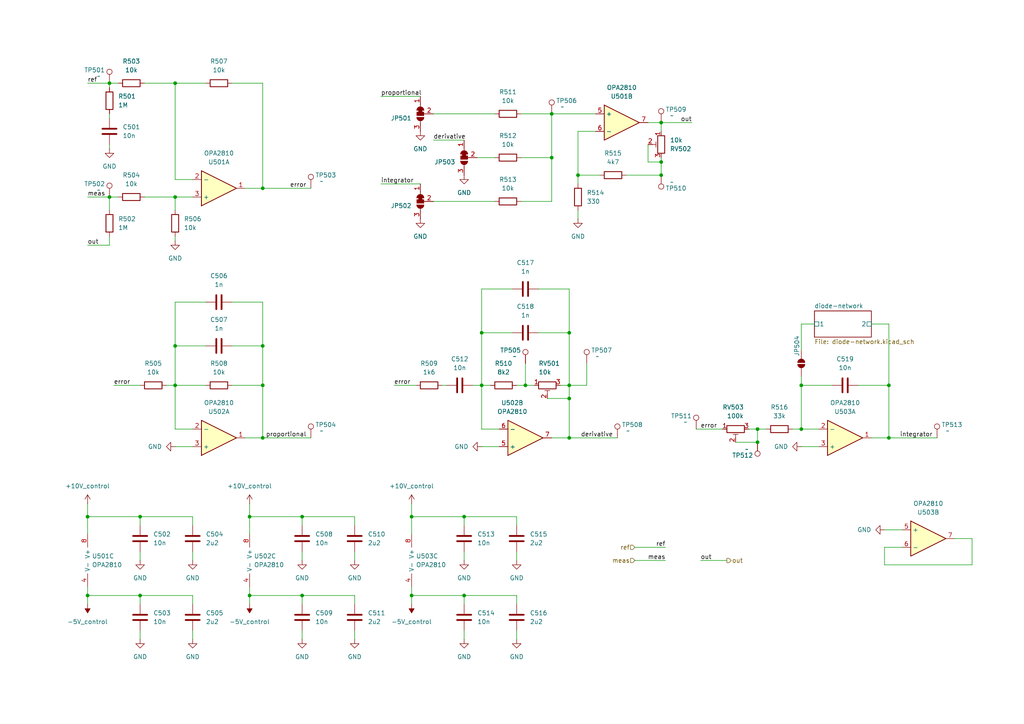
<source format=kicad_sch>
(kicad_sch (version 20231120) (generator "eeschema") (generator_version "8.0")
  (paper "A4")
  (title_block (title "Power Supply Sink") (date "2024-12-10") (rev "0.14.2") (company "Open Battery Tester") (comment 1 "Control with variable parameters"))
  (lib_symbols
    (symbol "pss:+10V_control" (power) (pin_numbers hide) (pin_names (offset 0) hide)
      (property "Value" "+10V_control" (at 0 3.556 0))
      (symbol "+10V_control_1_1"
        (pin power_in line (at 0 0 90) (length 0) (name "~") (number "1"))
      )
    )
    (symbol "pss:-5V_control" (power) (pin_numbers hide) (pin_names (offset 0) hide)
      (property "Value" "-5V_control" (at 0 3.556 0))
      (symbol "-5V_control_0_0"
        (pin power_in line (at 0 0 90) (length 0) (name "~") (number "1"))
      )
    )
    (symbol "pss:C" (pin_numbers hide) (pin_names (offset 0.254))
      (property "Reference" "C" (at 0.635 2.54 0))
      (property "Value" "C" (at 0.635 -2.54 0))
      (symbol "C_1_1"
        (pin passive line (at 0 3.81 270) (length 2.794) (name "~") (number "1"))
        (pin passive line (at 0 -3.81 90) (length 2.794) (name "~") (number "2"))
      )
    )
    (symbol "pss:GND" (power) (pin_numbers hide) (pin_names (offset 0) hide)
      (property "Value" "GND" (at 0 -3.81 0))
      (symbol "GND_1_1"
        (pin power_in line (at 0 0 270) (length 0) (name "~") (number "1"))
      )
    )
    (symbol "pss:Opamp_Dual"
      (property "Reference" "U" (at 0 5.08 0))
      (property "Value" "Opamp_Dual" (at 0 -5.08 0))
      (symbol "Opamp_Dual_1_1"
        (pin output line (at 7.62 0 180) (length 2.54) (name "~") (number "1"))
        (pin input line (at -7.62 -2.54 0) (length 2.54) (name "-") (number "2"))
        (pin input line (at -7.62 2.54 0) (length 2.54) (name "+") (number "3"))
      )
      (symbol "Opamp_Dual_2_1"
        (pin input line (at -7.62 2.54 0) (length 2.54) (name "+") (number "5"))
        (pin input line (at -7.62 -2.54 0) (length 2.54) (name "-") (number "6"))
        (pin output line (at 7.62 0 180) (length 2.54) (name "~") (number "7"))
      )
      (symbol "Opamp_Dual_3_1"
        (pin power_in line (at -2.54 -7.62 90) (length 3.81) (name "V-") (number "4"))
        (pin power_in line (at -2.54 7.62 270) (length 3.81) (name "V+") (number "8"))
      )
    )
    (symbol "pss:R" (pin_numbers hide) (pin_names (offset 0))
      (property "Reference" "R" (at 2.032 0 90))
      (property "Value" "R" (at 0 0 90))
      (symbol "R_1_1"
        (pin passive line (at 0 3.81 270) (length 1.27) (name "~") (number "1"))
        (pin passive line (at 0 -3.81 90) (length 1.27) (name "~") (number "2"))
      )
    )
    (symbol "pss:R_Potentiometer_Trim" (pin_names (offset 1.016) hide)
      (property "Reference" "RV" (at -4.445 0 90))
      (property "Value" "R_Potentiometer_Trim" (at -2.54 0 90))
      (symbol "R_Potentiometer_Trim_1_1"
        (pin passive line (at 0 3.81 270) (length 1.27) (name "1") (number "1"))
        (pin passive line (at 3.81 0 180) (length 1.27) (name "2") (number "2"))
        (pin passive line (at 0 -3.81 90) (length 1.27) (name "3") (number "3"))
      )
    )
    (symbol "pss:SolderJumper_2_Open" (pin_numbers hide) (pin_names (offset 0) hide) (exclude_from_sim yes) (in_bom no)
      (property "Reference" "JP" (at 0 2.032 0))
      (property "Value" "SolderJumper_2_Open" (at 0 -2.54 0))
      (symbol "SolderJumper_2_Open_1_1"
        (pin passive line (at -3.81 0 0) (length 2.54) (name "A") (number "1"))
        (pin passive line (at 3.81 0 180) (length 2.54) (name "B") (number "2"))
      )
    )
    (symbol "pss:SolderJumper_3_Bridged12" (pin_names (offset 0) hide) (exclude_from_sim yes) (in_bom no)
      (property "Reference" "JP" (at -2.54 -2.54 0))
      (property "Value" "SolderJumper_3_Bridged12" (at 0 2.794 0))
      (symbol "SolderJumper_3_Bridged12_1_1"
        (pin passive line (at -5.08 0 0) (length 2.54) (name "A") (number "1"))
        (pin passive line (at 0 -3.81 90) (length 2.54) (name "C") (number "2"))
        (pin passive line (at 5.08 0 180) (length 2.54) (name "B") (number "3"))
      )
    )
    (symbol "pss:TestPoint" (pin_numbers hide) (pin_names (offset 0.762) hide)
      (property "Reference" "TP" (at 0 6.858 0))
      (property "Value" "TestPoint" (at 0 5.08 0))
      (symbol "TestPoint_1_1"
        (pin passive line (at 0 0 90) (length 2.54) (name "1") (number "1"))
      )
    )
  )
  (junction (at 40.64 149.86))
  (junction (at 219.71 128.27))
  (junction (at 152.4 111.76))
  (junction (at 119.38 172.72))
  (junction (at 25.4 149.86))
  (junction (at 31.75 24.13))
  (junction (at 50.8 24.13))
  (junction (at 72.39 172.72))
  (junction (at 165.1 127))
  (junction (at 76.2 111.76))
  (junction (at 50.8 111.76))
  (junction (at 165.1 111.76))
  (junction (at 76.2 54.61))
  (junction (at 165.1 115.57))
  (junction (at 50.8 100.33))
  (junction (at 160.02 45.72))
  (junction (at 165.1 96.52))
  (junction (at 257.81 111.76))
  (junction (at 191.77 35.56))
  (junction (at 139.7 96.52))
  (junction (at 139.7 111.76))
  (junction (at 31.75 57.15))
  (junction (at 167.64 50.8))
  (junction (at 119.38 149.86))
  (junction (at 72.39 149.86))
  (junction (at 232.41 111.76))
  (junction (at 134.62 149.86))
  (junction (at 76.2 127))
  (junction (at 219.71 124.46))
  (junction (at 232.41 124.46))
  (junction (at 25.4 172.72))
  (junction (at 160.02 33.02))
  (junction (at 87.63 149.86))
  (junction (at 87.63 172.72))
  (junction (at 76.2 100.33))
  (junction (at 134.62 172.72))
  (junction (at 257.81 127))
  (junction (at 40.64 172.72))
  (junction (at 50.8 57.15))
  (junction (at 191.77 46.99))
  (junction (at 191.77 50.8))
  (wire (pts (xy 59.69 24.13) (xy 50.8 24.13)))
  (wire (pts (xy 40.64 172.72) (xy 25.4 172.72)))
  (wire (pts (xy 151.13 45.72) (xy 160.02 45.72)))
  (wire (pts (xy 40.64 160.02) (xy 40.64 162.56)))
  (wire (pts (xy 50.8 57.15) (xy 41.91 57.15)))
  (wire (pts (xy 50.8 87.63) (xy 50.8 100.33)))
  (wire (pts (xy 76.2 127) (xy 90.17 127)))
  (wire (pts (xy 165.1 83.82) (xy 165.1 96.52)))
  (wire (pts (xy 167.64 50.8) (xy 167.64 53.34)))
  (wire (pts (xy 139.7 96.52) (xy 139.7 111.76)))
  (wire (pts (xy 149.86 149.86) (xy 134.62 149.86)))
  (wire (pts (xy 40.64 172.72) (xy 40.64 175.26)))
  (wire (pts (xy 160.02 127) (xy 165.1 127)))
  (wire (pts (xy 55.88 175.26) (xy 55.88 172.72)))
  (wire (pts (xy 252.73 127) (xy 257.81 127)))
  (wire (pts (xy 165.1 115.57) (xy 165.1 111.76)))
  (wire (pts (xy 31.75 57.15) (xy 34.29 57.15)))
  (wire (pts (xy 167.64 63.5) (xy 167.64 60.96)))
  (wire (pts (xy 191.77 50.8) (xy 191.77 46.99)))
  (wire (pts (xy 87.63 182.88) (xy 87.63 185.42)))
  (wire (pts (xy 149.86 175.26) (xy 149.86 172.72)))
  (wire (pts (xy 213.36 128.27) (xy 219.71 128.27)))
  (wire (pts (xy 256.54 153.67) (xy 261.62 153.67)))
  (wire (pts (xy 87.63 172.72) (xy 87.63 175.26)))
  (wire (pts (xy 55.88 124.46) (xy 50.8 124.46)))
  (wire (pts (xy 170.18 111.76) (xy 170.18 105.41)))
  (wire (pts (xy 128.27 111.76) (xy 129.54 111.76)))
  (wire (pts (xy 201.93 124.46) (xy 209.55 124.46)))
  (wire (pts (xy 156.21 83.82) (xy 165.1 83.82)))
  (wire (pts (xy 167.64 38.1) (xy 167.64 50.8)))
  (wire (pts (xy 114.3 111.76) (xy 120.65 111.76)))
  (wire (pts (xy 87.63 149.86) (xy 72.39 149.86)))
  (wire (pts (xy 256.54 158.75) (xy 256.54 163.83)))
  (wire (pts (xy 72.39 149.86) (xy 72.39 154.94)))
  (wire (pts (xy 203.2 162.56) (xy 210.82 162.56)))
  (wire (pts (xy 232.41 93.98) (xy 232.41 101.6)))
  (wire (pts (xy 139.7 124.46) (xy 144.78 124.46)))
  (wire (pts (xy 110.49 53.34) (xy 121.92 53.34)))
  (wire (pts (xy 59.69 100.33) (xy 50.8 100.33)))
  (wire (pts (xy 152.4 111.76) (xy 149.86 111.76)))
  (wire (pts (xy 25.4 57.15) (xy 31.75 57.15)))
  (wire (pts (xy 184.15 158.75) (xy 193.04 158.75)))
  (wire (pts (xy 181.61 50.8) (xy 191.77 50.8)))
  (wire (pts (xy 232.41 111.76) (xy 232.41 124.46)))
  (wire (pts (xy 87.63 160.02) (xy 87.63 162.56)))
  (wire (pts (xy 50.8 24.13) (xy 50.8 52.07)))
  (wire (pts (xy 25.4 172.72) (xy 25.4 175.26)))
  (wire (pts (xy 219.71 124.46) (xy 222.25 124.46)))
  (wire (pts (xy 139.7 111.76) (xy 139.7 124.46)))
  (wire (pts (xy 229.87 124.46) (xy 232.41 124.46)))
  (wire (pts (xy 134.62 172.72) (xy 119.38 172.72)))
  (wire (pts (xy 71.12 54.61) (xy 76.2 54.61)))
  (wire (pts (xy 191.77 46.99) (xy 187.96 46.99)))
  (wire (pts (xy 76.2 24.13) (xy 76.2 54.61)))
  (wire (pts (xy 149.86 172.72) (xy 134.62 172.72)))
  (wire (pts (xy 160.02 33.02) (xy 151.13 33.02)))
  (wire (pts (xy 165.1 111.76) (xy 162.56 111.76)))
  (wire (pts (xy 119.38 172.72) (xy 119.38 170.18)))
  (wire (pts (xy 50.8 100.33) (xy 50.8 111.76)))
  (wire (pts (xy 55.88 182.88) (xy 55.88 185.42)))
  (wire (pts (xy 40.64 182.88) (xy 40.64 185.42)))
  (wire (pts (xy 76.2 87.63) (xy 76.2 100.33)))
  (wire (pts (xy 187.96 41.91) (xy 187.96 46.99)))
  (wire (pts (xy 31.75 41.91) (xy 31.75 43.18)))
  (wire (pts (xy 55.88 172.72) (xy 40.64 172.72)))
  (wire (pts (xy 191.77 35.56) (xy 200.66 35.56)))
  (wire (pts (xy 76.2 100.33) (xy 76.2 111.76)))
  (wire (pts (xy 87.63 172.72) (xy 72.39 172.72)))
  (wire (pts (xy 67.31 100.33) (xy 76.2 100.33)))
  (wire (pts (xy 50.8 24.13) (xy 41.91 24.13)))
  (wire (pts (xy 50.8 111.76) (xy 59.69 111.76)))
  (wire (pts (xy 31.75 33.02) (xy 31.75 34.29)))
  (wire (pts (xy 257.81 93.98) (xy 257.81 111.76)))
  (wire (pts (xy 102.87 175.26) (xy 102.87 172.72)))
  (wire (pts (xy 160.02 45.72) (xy 160.02 33.02)))
  (wire (pts (xy 119.38 149.86) (xy 119.38 154.94)))
  (wire (pts (xy 191.77 46.99) (xy 191.77 45.72)))
  (wire (pts (xy 134.62 160.02) (xy 134.62 162.56)))
  (wire (pts (xy 149.86 152.4) (xy 149.86 149.86)))
  (wire (pts (xy 165.1 111.76) (xy 170.18 111.76)))
  (wire (pts (xy 149.86 160.02) (xy 149.86 162.56)))
  (wire (pts (xy 119.38 172.72) (xy 119.38 175.26)))
  (wire (pts (xy 67.31 87.63) (xy 76.2 87.63)))
  (wire (pts (xy 257.81 127) (xy 271.78 127)))
  (wire (pts (xy 55.88 152.4) (xy 55.88 149.86)))
  (wire (pts (xy 167.64 38.1) (xy 172.72 38.1)))
  (wire (pts (xy 102.87 172.72) (xy 87.63 172.72)))
  (wire (pts (xy 102.87 160.02) (xy 102.87 162.56)))
  (wire (pts (xy 217.17 124.46) (xy 219.71 124.46)))
  (wire (pts (xy 31.75 71.12) (xy 31.75 68.58)))
  (wire (pts (xy 87.63 149.86) (xy 87.63 152.4)))
  (wire (pts (xy 232.41 129.54) (xy 237.49 129.54)))
  (wire (pts (xy 137.16 111.76) (xy 139.7 111.76)))
  (wire (pts (xy 25.4 149.86) (xy 25.4 146.05)))
  (wire (pts (xy 25.4 172.72) (xy 25.4 170.18)))
  (wire (pts (xy 76.2 111.76) (xy 76.2 127)))
  (wire (pts (xy 102.87 149.86) (xy 87.63 149.86)))
  (wire (pts (xy 165.1 127) (xy 165.1 115.57)))
  (wire (pts (xy 40.64 149.86) (xy 25.4 149.86)))
  (wire (pts (xy 160.02 33.02) (xy 172.72 33.02)))
  (wire (pts (xy 152.4 105.41) (xy 152.4 111.76)))
  (wire (pts (xy 50.8 57.15) (xy 55.88 57.15)))
  (wire (pts (xy 31.75 71.12) (xy 25.4 71.12)))
  (wire (pts (xy 31.75 24.13) (xy 31.75 25.4)))
  (wire (pts (xy 72.39 172.72) (xy 72.39 175.26)))
  (wire (pts (xy 72.39 149.86) (xy 72.39 146.05)))
  (wire (pts (xy 76.2 24.13) (xy 67.31 24.13)))
  (wire (pts (xy 67.31 111.76) (xy 76.2 111.76)))
  (wire (pts (xy 257.81 111.76) (xy 257.81 127)))
  (wire (pts (xy 125.73 58.42) (xy 143.51 58.42)))
  (wire (pts (xy 160.02 45.72) (xy 160.02 58.42)))
  (wire (pts (xy 281.94 163.83) (xy 281.94 156.21)))
  (wire (pts (xy 256.54 158.75) (xy 261.62 158.75)))
  (wire (pts (xy 232.41 109.22) (xy 232.41 111.76)))
  (wire (pts (xy 158.75 115.57) (xy 165.1 115.57)))
  (wire (pts (xy 151.13 58.42) (xy 160.02 58.42)))
  (wire (pts (xy 25.4 149.86) (xy 25.4 154.94)))
  (wire (pts (xy 191.77 38.1) (xy 191.77 35.56)))
  (wire (pts (xy 165.1 96.52) (xy 165.1 111.76)))
  (wire (pts (xy 125.73 33.02) (xy 143.51 33.02)))
  (wire (pts (xy 191.77 35.56) (xy 187.96 35.56)))
  (wire (pts (xy 148.59 83.82) (xy 139.7 83.82)))
  (wire (pts (xy 48.26 111.76) (xy 50.8 111.76)))
  (wire (pts (xy 76.2 54.61) (xy 90.17 54.61)))
  (wire (pts (xy 50.8 60.96) (xy 50.8 57.15)))
  (wire (pts (xy 134.62 149.86) (xy 134.62 152.4)))
  (wire (pts (xy 31.75 60.96) (xy 31.75 57.15)))
  (wire (pts (xy 219.71 128.27) (xy 219.71 124.46)))
  (wire (pts (xy 148.59 96.52) (xy 139.7 96.52)))
  (wire (pts (xy 55.88 160.02) (xy 55.88 162.56)))
  (wire (pts (xy 142.24 111.76) (xy 139.7 111.76)))
  (wire (pts (xy 256.54 163.83) (xy 281.94 163.83)))
  (wire (pts (xy 156.21 96.52) (xy 165.1 96.52)))
  (wire (pts (xy 236.22 93.98) (xy 232.41 93.98)))
  (wire (pts (xy 154.94 111.76) (xy 152.4 111.76)))
  (wire (pts (xy 71.12 127) (xy 76.2 127)))
  (wire (pts (xy 257.81 93.98) (xy 252.73 93.98)))
  (wire (pts (xy 50.8 68.58) (xy 50.8 69.85)))
  (wire (pts (xy 134.62 182.88) (xy 134.62 185.42)))
  (wire (pts (xy 139.7 129.54) (xy 144.78 129.54)))
  (wire (pts (xy 125.73 40.64) (xy 134.62 40.64)))
  (wire (pts (xy 40.64 149.86) (xy 40.64 152.4)))
  (wire (pts (xy 138.43 45.72) (xy 143.51 45.72)))
  (wire (pts (xy 102.87 182.88) (xy 102.87 185.42)))
  (wire (pts (xy 139.7 83.82) (xy 139.7 96.52)))
  (wire (pts (xy 72.39 172.72) (xy 72.39 170.18)))
  (wire (pts (xy 167.64 50.8) (xy 173.99 50.8)))
  (wire (pts (xy 50.8 129.54) (xy 55.88 129.54)))
  (wire (pts (xy 33.02 111.76) (xy 40.64 111.76)))
  (wire (pts (xy 110.49 27.94) (xy 121.92 27.94)))
  (wire (pts (xy 119.38 149.86) (xy 119.38 146.05)))
  (wire (pts (xy 25.4 24.13) (xy 31.75 24.13)))
  (wire (pts (xy 232.41 124.46) (xy 237.49 124.46)))
  (wire (pts (xy 232.41 111.76) (xy 241.3 111.76)))
  (wire (pts (xy 248.92 111.76) (xy 257.81 111.76)))
  (wire (pts (xy 184.15 162.56) (xy 193.04 162.56)))
  (wire (pts (xy 149.86 182.88) (xy 149.86 185.42)))
  (wire (pts (xy 134.62 149.86) (xy 119.38 149.86)))
  (wire (pts (xy 55.88 149.86) (xy 40.64 149.86)))
  (wire (pts (xy 31.75 24.13) (xy 34.29 24.13)))
  (wire (pts (xy 276.86 156.21) (xy 281.94 156.21)))
  (wire (pts (xy 59.69 87.63) (xy 50.8 87.63)))
  (wire (pts (xy 50.8 52.07) (xy 55.88 52.07)))
  (wire (pts (xy 50.8 124.46) (xy 50.8 111.76)))
  (wire (pts (xy 165.1 127) (xy 179.07 127)))
  (wire (pts (xy 102.87 152.4) (xy 102.87 149.86)))
  (wire (pts (xy 134.62 172.72) (xy 134.62 175.26)))
  (label "proportional" (at 110.49 27.94 0))
  (label "error" (at 203.2 124.46 0))
  (label "meas" (at 193.04 162.56 180))
  (label "error" (at 33.02 111.76 0))
  (label "integrator" (at 270.51 127 180))
  (label "out" (at 200.66 35.56 180))
  (label "error" (at 114.3 111.76 0))
  (label "ref" (at 193.04 158.75 180))
  (label "proportional" (at 88.9 127 180))
  (label "out" (at 25.4 71.12 0))
  (label "integrator" (at 110.49 53.34 0))
  (label "error" (at 88.9 54.61 180))
  (label "out" (at 203.2 162.56 0))
  (label "derivative" (at 177.8 127 180))
  (label "derivative" (at 125.73 40.64 0))
  (label "ref" (at 25.4 24.13 0))
  (label "meas" (at 25.4 57.15 0))
  (hierarchical_label "out" (shape output) (at 210.82 162.56 0))
  (hierarchical_label "meas" (shape input) (at 184.15 162.56 180))
  (hierarchical_label "ref" (shape input) (at 184.15 158.75 180))
  (symbol (lib_id "pss:C") (at 40.64 156.21 0) (unit 1)
    (property "Reference" "C502" (at 44.45 154.9399 0) (effects (justify left)))
    (property "Value" "10n" (at 44.45 157.4799 0) (effects (justify left)))
    (property "Footprint" "pss:C_0805_2012Metric_Pad1.18x1.45mm_HandSolder" (effects (hide yes)))
    (property "Datasheet" "./datasheet/C_SMD_C0G_Kemet.pdf" (effects (hide yes)))
    (property "Description" "Unpolarized capacitor" (effects (hide yes)))
    (property "MPN" "C0805C103J5GACTU" (effects (hide yes)))
    (property "VPN" "80-C0805C103J5G" (effects (hide yes)))
  )
  (symbol (lib_id "pss:GND") (at 31.75 43.18 0) (unit 1)
    (property "Reference" "#PWR0503" (effects (hide yes)))
    (property "Value" "GND" (at 31.75 48.26 0))
    (property "Description" "Power symbol creates a global label with name \"GND\" , ground" (effects (hide yes)))
  )
  (symbol (lib_id "pss:GND") (at 40.64 185.42 0) (unit 1)
    (property "Reference" "#PWR0505" (effects (hide yes)))
    (property "Value" "GND" (at 40.64 190.5 0))
    (property "Description" "Power symbol creates a global label with name \"GND\" , ground" (effects (hide yes)))
  )
  (symbol (lib_id "pss:R_Potentiometer_Trim") (at 213.36 124.46 90) (mirror x) (unit 1)
    (property "Reference" "RV503" (at 209.55 118.11 90) (effects (justify right)))
    (property "Value" "100k" (at 210.82 120.65 90) (effects (justify right)))
    (property "Footprint" "pss:Potentiometer_Bourns_PVG5H" (effects (hide yes)))
    (property "Datasheet" "./datasheet/PVG5A.pdf" (effects (hide yes)))
    (property "Description" "Bourns 11 Turn - Linear Trimmer Resistors - SMD" (effects (hide yes)))
    (property "MPN" "PVG5H104C03R00" (effects (hide yes)))
    (property "VPN" "81-PVG5H104C03R00" (effects (hide yes)))
  )
  (symbol (lib_id "pss:TestPoint") (at 31.75 24.13 0) (mirror y) (unit 1)
    (property "Reference" "TP501" (at 30.48 20.32 0) (effects (justify left)))
    (property "Value" "~" (at 29.21 22.0979 0) (effects (justify left)))
    (property "Footprint" "pss:TP_0805_2012Metric" (effects (hide yes)))
    (property "Datasheet" "./datasheet/RCTCTE.pdf" (effects (hide yes)))
    (property "Description" "test point" (effects (hide yes)))
    (property "MPN" "RCTCTE" (effects (hide yes)))
    (property "VPN" "660-RCTCTE" (effects (hide yes)))
  )
  (symbol (lib_id "pss:SolderJumper_3_Bridged12") (at 121.92 33.02 90) (mirror x) (unit 1) (exclude_from_sim yes) (in_bom no)
    (property "Reference" "JP501" (at 119.38 34.2901 90) (effects (justify left)))
    (property "Value" "SolderJumper_3_Bridged12" (effects (hide yes)))
    (property "Footprint" "pss:SolderJumper-3_P1.3mm_Bridged12-Soldermask-Paste_RoundedPad1.0x1.5mm" (effects (hide yes)))
    (property "Description" "3-pole Solder Jumper, pins 1+2 closed/bridged" (effects (hide yes)))
  )
  (symbol (lib_id "pss:R") (at 63.5 24.13 270) (unit 1)
    (property "Reference" "R507" (at 63.5 17.78 90))
    (property "Value" "10k" (at 63.5 20.32 90))
    (property "Footprint" "pss:R_1210_3225Metric_Pad1.30x2.65mm_HandSolder" (effects (hide yes)))
    (property "Datasheet" "./datasheet/R_SMD_Yageo.pdf" (effects (hide yes)))
    (property "Description" "Resistor" (effects (hide yes)))
    (property "MPN" "RC1210FR-0710KL" (effects (hide yes)))
    (property "VPN" "603-RC1210FR-0710KL" (effects (hide yes)))
  )
  (symbol (lib_id "pss:R") (at 124.46 111.76 270) (unit 1)
    (property "Reference" "R509" (at 124.46 105.41 90))
    (property "Value" "1k6" (at 124.46 107.95 90))
    (property "Footprint" "pss:R_1210_3225Metric_Pad1.30x2.65mm_HandSolder" (effects (hide yes)))
    (property "Datasheet" "./datasheet/R_SMD_Yageo.pdf" (effects (hide yes)))
    (property "Description" "Resistor" (effects (hide yes)))
    (property "MPN" "RC1210FR-071K6L" (effects (hide yes)))
    (property "VPN" "603-RC1210FR-071K6L" (effects (hide yes)))
  )
  (symbol (lib_id "pss:R") (at 147.32 58.42 270) (unit 1)
    (property "Reference" "R513" (at 147.32 52.07 90))
    (property "Value" "10k" (at 147.32 54.61 90))
    (property "Footprint" "pss:R_1210_3225Metric_Pad1.30x2.65mm_HandSolder" (effects (hide yes)))
    (property "Datasheet" "./datasheet/R_SMD_Yageo.pdf" (effects (hide yes)))
    (property "Description" "Resistor" (effects (hide yes)))
    (property "MPN" "RC1210FR-0710KL" (effects (hide yes)))
    (property "VPN" "603-RC1210FR-0710KL" (effects (hide yes)))
  )
  (symbol (lib_id "pss:GND") (at 232.41 129.54 270) (unit 1)
    (property "Reference" "#PWR0527" (effects (hide yes)))
    (property "Value" "GND" (at 228.6 129.5399 90) (effects (justify right)))
    (property "Description" "Power symbol creates a global label with name \"GND\" , ground" (effects (hide yes)))
  )
  (symbol (lib_id "pss:C") (at 134.62 179.07 0) (unit 1)
    (property "Reference" "C514" (at 138.43 177.7999 0) (effects (justify left)))
    (property "Value" "10n" (at 138.43 180.3399 0) (effects (justify left)))
    (property "Footprint" "pss:C_0805_2012Metric_Pad1.18x1.45mm_HandSolder" (effects (hide yes)))
    (property "Datasheet" "./datasheet/C_SMD_C0G_Kemet.pdf" (effects (hide yes)))
    (property "Description" "Unpolarized capacitor" (effects (hide yes)))
    (property "MPN" "C0805C103J5GACTU" (effects (hide yes)))
    (property "VPN" "80-C0805C103J5G" (effects (hide yes)))
  )
  (symbol (lib_id "pss:C") (at 87.63 179.07 0) (unit 1)
    (property "Reference" "C509" (at 91.44 177.7999 0) (effects (justify left)))
    (property "Value" "10n" (at 91.44 180.3399 0) (effects (justify left)))
    (property "Footprint" "pss:C_0805_2012Metric_Pad1.18x1.45mm_HandSolder" (effects (hide yes)))
    (property "Datasheet" "./datasheet/C_SMD_C0G_Kemet.pdf" (effects (hide yes)))
    (property "Description" "Unpolarized capacitor" (effects (hide yes)))
    (property "MPN" "C0805C103J5GACTU" (effects (hide yes)))
    (property "VPN" "80-C0805C103J5G" (effects (hide yes)))
  )
  (symbol (lib_id "pss:SolderJumper_2_Open") (at 232.41 105.41 90) (unit 1) (exclude_from_sim yes) (in_bom no)
    (property "Reference" "JP504" (at 231.14 100.33 0))
    (property "Value" "SolderJumper_2_Open" (effects (hide yes)))
    (property "Footprint" "pss:SolderJumper-2_P1.3mm_Open_RoundedPad1.0x1.5mm" (effects (hide yes)))
    (property "Description" "Solder Jumper, 2-pole, open" (effects (hide yes)))
  )
  (symbol (lib_id "pss:TestPoint") (at 152.4 105.41 0) (mirror y) (unit 1)
    (property "Reference" "TP505" (at 151.13 101.6 0) (effects (justify left)))
    (property "Value" "~" (at 149.86 103.3779 0) (effects (justify left)))
    (property "Footprint" "pss:TP_0805_2012Metric" (effects (hide yes)))
    (property "Datasheet" "./datasheet/RCTCTE.pdf" (effects (hide yes)))
    (property "Description" "test point" (effects (hide yes)))
    (property "MPN" "RCTCTE" (effects (hide yes)))
    (property "VPN" "660-RCTCTE" (effects (hide yes)))
  )
  (symbol (lib_id "pss:-5V_control") (at 72.39 175.26 180) (unit 1)
    (property "Reference" "#PWR0511" (effects (hide yes)))
    (property "Value" "-5V_control" (at 72.39 180.34 0))
  )
  (symbol (lib_id "pss:R") (at 31.75 29.21 0) (unit 1)
    (property "Reference" "R501" (at 34.29 27.9399 0) (effects (justify left)))
    (property "Value" "1M" (at 34.29 30.4799 0) (effects (justify left)))
    (property "Footprint" "pss:R_1210_3225Metric_Pad1.30x2.65mm_HandSolder" (effects (hide yes)))
    (property "Datasheet" "./datasheet/R_SMD_Yageo.pdf" (effects (hide yes)))
    (property "Description" "Resistor" (effects (hide yes)))
    (property "MPN" "RC1210FR-071ML" (effects (hide yes)))
    (property "VPN" "603-RC1210FR-071ML" (effects (hide yes)))
  )
  (symbol (lib_id "pss:C") (at 55.88 179.07 0) (unit 1)
    (property "Reference" "C505" (at 59.69 177.7999 0) (effects (justify left)))
    (property "Value" "2u2" (at 59.69 180.3399 0) (effects (justify left)))
    (property "Footprint" "pss:C_0805_2012Metric_Pad1.18x1.45mm_HandSolder" (effects (hide yes)))
    (property "Datasheet" "./datasheet/C_SMD_X7R_Kemet.pdf" (effects (hide yes)))
    (property "Description" "Unpolarized capacitor" (effects (hide yes)))
    (property "MPN" "C0805C225K3RACTU" (effects (hide yes)))
    (property "VPN" "80-C0805C225K3R" (effects (hide yes)))
  )
  (symbol (lib_id "pss:C") (at 149.86 179.07 0) (unit 1)
    (property "Reference" "C516" (at 153.67 177.7999 0) (effects (justify left)))
    (property "Value" "2u2" (at 153.67 180.3399 0) (effects (justify left)))
    (property "Footprint" "pss:C_0805_2012Metric_Pad1.18x1.45mm_HandSolder" (effects (hide yes)))
    (property "Datasheet" "./datasheet/C_SMD_X7R_Kemet.pdf" (effects (hide yes)))
    (property "Description" "Unpolarized capacitor" (effects (hide yes)))
    (property "MPN" "C0805C225K3RACTU" (effects (hide yes)))
    (property "VPN" "80-C0805C225K3R" (effects (hide yes)))
  )
  (symbol (lib_id "pss:GND") (at 102.87 162.56 0) (unit 1)
    (property "Reference" "#PWR0514" (effects (hide yes)))
    (property "Value" "GND" (at 102.87 167.64 0))
    (property "Description" "Power symbol creates a global label with name \"GND\" , ground" (effects (hide yes)))
  )
  (symbol (lib_id "pss:GND") (at 40.64 162.56 0) (unit 1)
    (property "Reference" "#PWR0504" (effects (hide yes)))
    (property "Value" "GND" (at 40.64 167.64 0))
    (property "Description" "Power symbol creates a global label with name \"GND\" , ground" (effects (hide yes)))
  )
  (symbol (lib_id "pss:C") (at 63.5 100.33 90) (unit 1)
    (property "Reference" "C507" (at 63.5 92.71 90))
    (property "Value" "1n" (at 63.5 95.25 90))
    (property "Footprint" "pss:C_0805_2012Metric_Pad1.18x1.45mm_HandSolder" (effects (hide yes)))
    (property "Datasheet" "./datasheet/C_SMD_C0G_Kemet.pdf" (effects (hide yes)))
    (property "Description" "Unpolarized capacitor" (effects (hide yes)))
    (property "MPN" "C0805C102J5GACTU" (effects (hide yes)))
    (property "VPN" "80-C0805C102J5G" (effects (hide yes)))
  )
  (symbol (lib_id "pss:C") (at 152.4 96.52 90) (unit 1)
    (property "Reference" "C518" (at 152.4 88.9 90))
    (property "Value" "1n" (at 152.4 91.44 90))
    (property "Footprint" "pss:C_0805_2012Metric_Pad1.18x1.45mm_HandSolder" (effects (hide yes)))
    (property "Datasheet" "./datasheet/C_SMD_C0G_Kemet.pdf" (effects (hide yes)))
    (property "Description" "Unpolarized capacitor" (effects (hide yes)))
    (property "MPN" "C0805C102J5GACTU" (effects (hide yes)))
    (property "VPN" "80-C0805C102J5G" (effects (hide yes)))
  )
  (symbol (lib_id "pss:C") (at 245.11 111.76 90) (unit 1)
    (property "Reference" "C519" (at 245.11 104.14 90))
    (property "Value" "10n" (at 245.11 106.68 90))
    (property "Footprint" "pss:C_0805_2012Metric_Pad1.18x1.45mm_HandSolder" (effects (hide yes)))
    (property "Datasheet" "./datasheet/C_SMD_C0G_Kemet.pdf" (effects (hide yes)))
    (property "Description" "Unpolarized capacitor" (effects (hide yes)))
    (property "MPN" "C0805C103J5GACTU" (effects (hide yes)))
    (property "VPN" "80-C0805C103J5G" (effects (hide yes)))
  )
  (symbol (lib_id "pss:Opamp_Dual") (at 180.34 35.56 0) (unit 2)
    (property "Reference" "U501" (at 180.34 27.94 0))
    (property "Value" "OPA2810" (at 180.34 25.4 0))
    (property "Footprint" "pss:SOIC-8_3.9x4.9mm_P1.27mm" (effects (hide yes)))
    (property "Datasheet" "./datasheet/OPA2810IDR.pdf" (effects (hide yes)))
    (property "Description" "Dual operational amplifier" (effects (hide yes)))
    (property "Sim.Library" "${KICAD7_SYMBOL_DIR}/Simulation_SPICE.sp" (effects (hide yes)))
    (property "Sim.Name" "kicad_builtin_opamp_dual" (effects (hide yes)))
    (property "Sim.Device" "SUBCKT" (effects (hide yes)))
    (property "Sim.Pins" "1=out1 2=in1- 3=in1+ 4=vee 5=in2+ 6=in2- 7=out2 8=vcc" (effects (hide yes)))
    (property "VPN" "595-OPA2810IDR" (effects (hide yes)))
    (property "MPN" "OPA2810IDR" (effects (hide yes)))
  )
  (symbol (lib_id "pss:R") (at 44.45 111.76 270) (unit 1)
    (property "Reference" "R505" (at 44.45 105.41 90))
    (property "Value" "10k" (at 44.45 107.95 90))
    (property "Footprint" "pss:R_1210_3225Metric_Pad1.30x2.65mm_HandSolder" (effects (hide yes)))
    (property "Datasheet" "./datasheet/R_SMD_Yageo.pdf" (effects (hide yes)))
    (property "Description" "Resistor" (effects (hide yes)))
    (property "MPN" "RC1210FR-0710KL" (effects (hide yes)))
    (property "VPN" "603-RC1210FR-0710KL" (effects (hide yes)))
  )
  (symbol (lib_id "pss:+10V_control") (at 25.4 146.05 0) (unit 1)
    (property "Reference" "#PWR0501" (effects (hide yes)))
    (property "Value" "+10V_control" (at 25.4 140.97 0))
  )
  (symbol (lib_id "pss:Opamp_Dual") (at 74.93 162.56 0) (unit 3)
    (property "Reference" "U502" (at 73.66 161.2899 0) (effects (justify left)))
    (property "Value" "OPA2810" (at 73.66 163.8299 0) (effects (justify left)))
    (property "Footprint" "pss:SOIC-8_3.9x4.9mm_P1.27mm" (effects (hide yes)))
    (property "Datasheet" "./datasheet/OPA2810IDR.pdf" (effects (hide yes)))
    (property "Description" "Dual operational amplifier" (effects (hide yes)))
    (property "Sim.Library" "${KICAD7_SYMBOL_DIR}/Simulation_SPICE.sp" (effects (hide yes)))
    (property "Sim.Name" "kicad_builtin_opamp_dual" (effects (hide yes)))
    (property "Sim.Device" "SUBCKT" (effects (hide yes)))
    (property "Sim.Pins" "1=out1 2=in1- 3=in1+ 4=vee 5=in2+ 6=in2- 7=out2 8=vcc" (effects (hide yes)))
    (property "VPN" "595-OPA2810IDR" (effects (hide yes)))
    (property "MPN" "OPA2810IDR" (effects (hide yes)))
  )
  (symbol (lib_id "pss:+10V_control") (at 72.39 146.05 0) (unit 1)
    (property "Reference" "#PWR0510" (effects (hide yes)))
    (property "Value" "+10V_control" (at 72.39 140.97 0))
  )
  (symbol (lib_id "pss:TestPoint") (at 191.77 50.8 0) (mirror x) (unit 1)
    (property "Reference" "TP510" (at 193.04 54.61 0) (effects (justify left)))
    (property "Value" "~" (at 194.31 52.8321 0) (effects (justify left)))
    (property "Footprint" "pss:TP_0805_2012Metric" (effects (hide yes)))
    (property "Datasheet" "./datasheet/RCTCTE.pdf" (effects (hide yes)))
    (property "Description" "test point" (effects (hide yes)))
    (property "MPN" "RCTCTE" (effects (hide yes)))
    (property "VPN" "660-RCTCTE" (effects (hide yes)))
  )
  (symbol (lib_id "pss:TestPoint") (at 179.07 127 0) (unit 1)
    (property "Reference" "TP508" (at 180.34 123.19 0) (effects (justify left)))
    (property "Value" "~" (at 181.61 124.9679 0) (effects (justify left)))
    (property "Footprint" "pss:TP_0805_2012Metric" (effects (hide yes)))
    (property "Datasheet" "./datasheet/RCTCTE.pdf" (effects (hide yes)))
    (property "Description" "test point" (effects (hide yes)))
    (property "MPN" "RCTCTE" (effects (hide yes)))
    (property "VPN" "660-RCTCTE" (effects (hide yes)))
  )
  (symbol (lib_id "pss:TestPoint") (at 31.75 57.15 0) (mirror y) (unit 1)
    (property "Reference" "TP502" (at 30.48 53.34 0) (effects (justify left)))
    (property "Value" "~" (at 29.21 55.1179 0) (effects (justify left)))
    (property "Footprint" "pss:TP_0805_2012Metric" (effects (hide yes)))
    (property "Datasheet" "./datasheet/RCTCTE.pdf" (effects (hide yes)))
    (property "Description" "test point" (effects (hide yes)))
    (property "MPN" "RCTCTE" (effects (hide yes)))
    (property "VPN" "660-RCTCTE" (effects (hide yes)))
  )
  (symbol (lib_id "pss:R") (at 38.1 57.15 270) (unit 1)
    (property "Reference" "R504" (at 38.1 50.8 90))
    (property "Value" "10k" (at 38.1 53.34 90))
    (property "Footprint" "pss:R_1210_3225Metric_Pad1.30x2.65mm_HandSolder" (effects (hide yes)))
    (property "Datasheet" "./datasheet/R_SMD_Yageo.pdf" (effects (hide yes)))
    (property "Description" "Resistor" (effects (hide yes)))
    (property "MPN" "RC1210FR-0710KL" (effects (hide yes)))
    (property "VPN" "603-RC1210FR-0710KL" (effects (hide yes)))
  )
  (symbol (lib_id "pss:R") (at 167.64 57.15 180) (unit 1)
    (property "Reference" "R514" (at 170.18 55.8799 0) (effects (justify right)))
    (property "Value" "330" (at 170.18 58.4199 0) (effects (justify right)))
    (property "Footprint" "pss:R_1210_3225Metric_Pad1.30x2.65mm_HandSolder" (effects (hide yes)))
    (property "Datasheet" "./datasheet/R_SMD_Yageo.pdf" (effects (hide yes)))
    (property "Description" "Resistor" (effects (hide yes)))
    (property "MPN" "RC1210FR-07330RL" (effects (hide yes)))
    (property "VPN" "603-RC1210FR-07330RL" (effects (hide yes)))
  )
  (symbol (lib_id "pss:TestPoint") (at 90.17 127 0) (unit 1)
    (property "Reference" "TP504" (at 91.44 123.19 0) (effects (justify left)))
    (property "Value" "~" (at 92.71 124.9679 0) (effects (justify left)))
    (property "Footprint" "pss:TP_0805_2012Metric" (effects (hide yes)))
    (property "Datasheet" "./datasheet/RCTCTE.pdf" (effects (hide yes)))
    (property "Description" "test point" (effects (hide yes)))
    (property "MPN" "RCTCTE" (effects (hide yes)))
    (property "VPN" "660-RCTCTE" (effects (hide yes)))
  )
  (symbol (lib_id "pss:R_Potentiometer_Trim") (at 158.75 111.76 90) (mirror x) (unit 1)
    (property "Reference" "RV501" (at 156.21 105.41 90) (effects (justify right)))
    (property "Value" "10k" (at 156.21 107.95 90) (effects (justify right)))
    (property "Footprint" "pss:Potentiometer_Bourns_PVG5H" (effects (hide yes)))
    (property "Datasheet" "./datasheet/PVG5A.pdf" (effects (hide yes)))
    (property "Description" "Bourns 11 Turn - Linear Trimmer Resistors - SMD" (effects (hide yes)))
    (property "MPN" "PVG5H103C03R00" (effects (hide yes)))
    (property "VPN" "81-PVG5H103C03R00" (effects (hide yes)))
  )
  (symbol (lib_id "pss:GND") (at 121.92 38.1 0) (unit 1)
    (property "Reference" "#PWR0518" (effects (hide yes)))
    (property "Value" "GND" (at 121.92 43.18 0))
    (property "Description" "Power symbol creates a global label with name \"GND\" , ground" (effects (hide yes)))
  )
  (symbol (lib_id "pss:TestPoint") (at 191.77 35.56 0) (unit 1)
    (property "Reference" "TP509" (at 193.04 31.75 0) (effects (justify left)))
    (property "Value" "~" (at 194.31 33.5279 0) (effects (justify left)))
    (property "Footprint" "pss:TP_0805_2012Metric" (effects (hide yes)))
    (property "Datasheet" "./datasheet/RCTCTE.pdf" (effects (hide yes)))
    (property "Description" "test point" (effects (hide yes)))
    (property "MPN" "RCTCTE" (effects (hide yes)))
    (property "VPN" "660-RCTCTE" (effects (hide yes)))
  )
  (symbol (lib_id "pss:GND") (at 87.63 162.56 0) (unit 1)
    (property "Reference" "#PWR0512" (effects (hide yes)))
    (property "Value" "GND" (at 87.63 167.64 0))
    (property "Description" "Power symbol creates a global label with name \"GND\" , ground" (effects (hide yes)))
  )
  (symbol (lib_id "pss:C") (at 152.4 83.82 90) (unit 1)
    (property "Reference" "C517" (at 152.4 76.2 90))
    (property "Value" "1n" (at 152.4 78.74 90))
    (property "Footprint" "pss:C_0805_2012Metric_Pad1.18x1.45mm_HandSolder" (effects (hide yes)))
    (property "Datasheet" "./datasheet/C_SMD_C0G_Kemet.pdf" (effects (hide yes)))
    (property "Description" "Unpolarized capacitor" (effects (hide yes)))
    (property "MPN" "C0805C102J5GACTU" (effects (hide yes)))
    (property "VPN" "80-C0805C102J5G" (effects (hide yes)))
  )
  (symbol (lib_id "pss:SolderJumper_3_Bridged12") (at 134.62 45.72 90) (mirror x) (unit 1) (exclude_from_sim yes) (in_bom no)
    (property "Reference" "JP503" (at 132.08 46.9901 90) (effects (justify left)))
    (property "Value" "SolderJumper_3_Bridged12" (effects (hide yes)))
    (property "Footprint" "pss:SolderJumper-3_P1.3mm_Bridged12-Soldermask-Paste_RoundedPad1.0x1.5mm" (effects (hide yes)))
    (property "Description" "3-pole Solder Jumper, pins 1+2 closed/bridged" (effects (hide yes)))
  )
  (symbol (lib_id "pss:GND") (at 256.54 153.67 270) (unit 1)
    (property "Reference" "#PWR0528" (effects (hide yes)))
    (property "Value" "GND" (at 252.73 153.6699 90) (effects (justify right)))
    (property "Description" "Power symbol creates a global label with name \"GND\" , ground" (effects (hide yes)))
  )
  (symbol (lib_id "pss:GND") (at 55.88 185.42 0) (unit 1)
    (property "Reference" "#PWR0509" (effects (hide yes)))
    (property "Value" "GND" (at 55.88 190.5 0))
    (property "Description" "Power symbol creates a global label with name \"GND\" , ground" (effects (hide yes)))
  )
  (symbol (lib_id "pss:C") (at 149.86 156.21 0) (unit 1)
    (property "Reference" "C515" (at 153.67 154.9399 0) (effects (justify left)))
    (property "Value" "2u2" (at 153.67 157.4799 0) (effects (justify left)))
    (property "Footprint" "pss:C_0805_2012Metric_Pad1.18x1.45mm_HandSolder" (effects (hide yes)))
    (property "Datasheet" "./datasheet/C_SMD_X7R_Kemet.pdf" (effects (hide yes)))
    (property "Description" "Unpolarized capacitor" (effects (hide yes)))
    (property "MPN" "C0805C225K3RACTU" (effects (hide yes)))
    (property "VPN" "80-C0805C225K3R" (effects (hide yes)))
  )
  (symbol (lib_id "pss:C") (at 87.63 156.21 0) (unit 1)
    (property "Reference" "C508" (at 91.44 154.9399 0) (effects (justify left)))
    (property "Value" "10n" (at 91.44 157.4799 0) (effects (justify left)))
    (property "Footprint" "pss:C_0805_2012Metric_Pad1.18x1.45mm_HandSolder" (effects (hide yes)))
    (property "Datasheet" "./datasheet/C_SMD_C0G_Kemet.pdf" (effects (hide yes)))
    (property "Description" "Unpolarized capacitor" (effects (hide yes)))
    (property "MPN" "C0805C103J5GACTU" (effects (hide yes)))
    (property "VPN" "80-C0805C103J5G" (effects (hide yes)))
  )
  (symbol (lib_id "pss:GND") (at 167.64 63.5 0) (unit 1)
    (property "Reference" "#PWR0526" (effects (hide yes)))
    (property "Value" "GND" (at 167.64 68.58 0))
    (property "Description" "Power symbol creates a global label with name \"GND\" , ground" (effects (hide yes)))
  )
  (symbol (lib_id "pss:GND") (at 55.88 162.56 0) (unit 1)
    (property "Reference" "#PWR0508" (effects (hide yes)))
    (property "Value" "GND" (at 55.88 167.64 0))
    (property "Description" "Power symbol creates a global label with name \"GND\" , ground" (effects (hide yes)))
  )
  (symbol (lib_id "pss:GND") (at 149.86 162.56 0) (unit 1)
    (property "Reference" "#PWR0524" (effects (hide yes)))
    (property "Value" "GND" (at 149.86 167.64 0))
    (property "Description" "Power symbol creates a global label with name \"GND\" , ground" (effects (hide yes)))
  )
  (symbol (lib_id "pss:TestPoint") (at 201.93 124.46 0) (mirror y) (unit 1)
    (property "Reference" "TP511" (at 200.66 120.65 0) (effects (justify left)))
    (property "Value" "~" (at 199.39 122.4279 0) (effects (justify left)))
    (property "Footprint" "pss:TP_0805_2012Metric" (effects (hide yes)))
    (property "Datasheet" "./datasheet/RCTCTE.pdf" (effects (hide yes)))
    (property "Description" "test point" (effects (hide yes)))
    (property "MPN" "RCTCTE" (effects (hide yes)))
    (property "VPN" "660-RCTCTE" (effects (hide yes)))
  )
  (symbol (lib_id "pss:TestPoint") (at 170.18 105.41 0) (unit 1)
    (property "Reference" "TP507" (at 171.45 101.6 0) (effects (justify left)))
    (property "Value" "~" (at 172.72 103.3779 0) (effects (justify left)))
    (property "Footprint" "pss:TP_0805_2012Metric" (effects (hide yes)))
    (property "Datasheet" "./datasheet/RCTCTE.pdf" (effects (hide yes)))
    (property "Description" "test point" (effects (hide yes)))
    (property "MPN" "RCTCTE" (effects (hide yes)))
    (property "VPN" "660-RCTCTE" (effects (hide yes)))
  )
  (symbol (lib_id "pss:TestPoint") (at 90.17 54.61 0) (unit 1)
    (property "Reference" "TP503" (at 91.44 50.8 0) (effects (justify left)))
    (property "Value" "~" (at 92.71 52.5779 0) (effects (justify left)))
    (property "Footprint" "pss:TP_0805_2012Metric" (effects (hide yes)))
    (property "Datasheet" "./datasheet/RCTCTE.pdf" (effects (hide yes)))
    (property "Description" "test point" (effects (hide yes)))
    (property "MPN" "RCTCTE" (effects (hide yes)))
    (property "VPN" "660-RCTCTE" (effects (hide yes)))
  )
  (symbol (lib_id "pss:TestPoint") (at 271.78 127 0) (unit 1)
    (property "Reference" "TP513" (at 273.05 123.19 0) (effects (justify left)))
    (property "Value" "~" (at 274.32 124.9679 0) (effects (justify left)))
    (property "Footprint" "pss:TP_0805_2012Metric" (effects (hide yes)))
    (property "Datasheet" "./datasheet/RCTCTE.pdf" (effects (hide yes)))
    (property "Description" "test point" (effects (hide yes)))
    (property "MPN" "RCTCTE" (effects (hide yes)))
    (property "VPN" "660-RCTCTE" (effects (hide yes)))
  )
  (symbol (lib_id "pss:GND") (at 50.8 69.85 0) (unit 1)
    (property "Reference" "#PWR0506" (effects (hide yes)))
    (property "Value" "GND" (at 50.8 74.93 0))
    (property "Description" "Power symbol creates a global label with name \"GND\" , ground" (effects (hide yes)))
  )
  (symbol (lib_id "pss:R") (at 146.05 111.76 270) (unit 1)
    (property "Reference" "R510" (at 146.05 105.41 90))
    (property "Value" "8k2" (at 146.05 107.95 90))
    (property "Footprint" "pss:R_1210_3225Metric_Pad1.30x2.65mm_HandSolder" (effects (hide yes)))
    (property "Datasheet" "./datasheet/R_SMD_Yageo.pdf" (effects (hide yes)))
    (property "Description" "Resistor" (effects (hide yes)))
    (property "MPN" "RC1210FR-078K2L" (effects (hide yes)))
    (property "VPN" "603-RC1210FR-078K2L" (effects (hide yes)))
  )
  (symbol (lib_id "pss:+10V_control") (at 119.38 146.05 0) (unit 1)
    (property "Reference" "#PWR0516" (effects (hide yes)))
    (property "Value" "+10V_control" (at 119.38 140.97 0))
  )
  (symbol (lib_id "pss:Opamp_Dual") (at 63.5 127 0) (mirror x) (unit 1)
    (property "Reference" "U502" (at 63.5 119.38 0))
    (property "Value" "OPA2810" (at 63.5 116.84 0))
    (property "Footprint" "pss:SOIC-8_3.9x4.9mm_P1.27mm" (effects (hide yes)))
    (property "Datasheet" "./datasheet/OPA2810IDR.pdf" (effects (hide yes)))
    (property "Description" "Dual operational amplifier" (effects (hide yes)))
    (property "Sim.Library" "${KICAD7_SYMBOL_DIR}/Simulation_SPICE.sp" (effects (hide yes)))
    (property "Sim.Name" "kicad_builtin_opamp_dual" (effects (hide yes)))
    (property "Sim.Device" "SUBCKT" (effects (hide yes)))
    (property "Sim.Pins" "1=out1 2=in1- 3=in1+ 4=vee 5=in2+ 6=in2- 7=out2 8=vcc" (effects (hide yes)))
    (property "VPN" "595-OPA2810IDR" (effects (hide yes)))
    (property "MPN" "OPA2810IDR" (effects (hide yes)))
  )
  (symbol (lib_id "pss:R") (at 177.8 50.8 270) (unit 1)
    (property "Reference" "R515" (at 177.8 44.45 90))
    (property "Value" "4k7" (at 177.8 46.99 90))
    (property "Footprint" "pss:R_1210_3225Metric_Pad1.30x2.65mm_HandSolder" (effects (hide yes)))
    (property "Datasheet" "./datasheet/R_SMD_Yageo.pdf" (effects (hide yes)))
    (property "Description" "Resistor" (effects (hide yes)))
    (property "MPN" "RC1210FR-074K7L" (effects (hide yes)))
    (property "VPN" "603-RC1210FR-074K7L" (effects (hide yes)))
  )
  (symbol (lib_id "pss:C") (at 31.75 38.1 0) (unit 1)
    (property "Reference" "C501" (at 35.56 36.8299 0) (effects (justify left)))
    (property "Value" "10n" (at 35.56 39.3699 0) (effects (justify left)))
    (property "Footprint" "pss:C_0805_2012Metric_Pad1.18x1.45mm_HandSolder" (effects (hide yes)))
    (property "Datasheet" "./datasheet/C_SMD_C0G_Kemet.pdf" (effects (hide yes)))
    (property "Description" "Unpolarized capacitor" (effects (hide yes)))
    (property "MPN" "C0805C103J5GACTU" (effects (hide yes)))
    (property "VPN" "80-C0805C103J5G" (effects (hide yes)))
  )
  (symbol (lib_id "pss:GND") (at 134.62 162.56 0) (unit 1)
    (property "Reference" "#PWR0521" (effects (hide yes)))
    (property "Value" "GND" (at 134.62 167.64 0))
    (property "Description" "Power symbol creates a global label with name \"GND\" , ground" (effects (hide yes)))
  )
  (symbol (lib_id "pss:TestPoint") (at 160.02 33.02 0) (unit 1)
    (property "Reference" "TP506" (at 161.29 29.21 0) (effects (justify left)))
    (property "Value" "~" (at 162.56 30.9879 0) (effects (justify left)))
    (property "Footprint" "pss:TP_0805_2012Metric" (effects (hide yes)))
    (property "Datasheet" "./datasheet/RCTCTE.pdf" (effects (hide yes)))
    (property "Description" "test point" (effects (hide yes)))
    (property "MPN" "RCTCTE" (effects (hide yes)))
    (property "VPN" "660-RCTCTE" (effects (hide yes)))
  )
  (symbol (lib_id "pss:SolderJumper_3_Bridged12") (at 121.92 58.42 90) (mirror x) (unit 1) (exclude_from_sim yes) (in_bom no)
    (property "Reference" "JP502" (at 119.38 59.6901 90) (effects (justify left)))
    (property "Value" "SolderJumper_3_Bridged12" (effects (hide yes)))
    (property "Footprint" "pss:SolderJumper-3_P1.3mm_Bridged12-Soldermask-Paste_RoundedPad1.0x1.5mm" (effects (hide yes)))
    (property "Description" "3-pole Solder Jumper, pins 1+2 closed/bridged" (effects (hide yes)))
  )
  (symbol (lib_id "pss:C") (at 134.62 156.21 0) (unit 1)
    (property "Reference" "C513" (at 138.43 154.9399 0) (effects (justify left)))
    (property "Value" "10n" (at 138.43 157.4799 0) (effects (justify left)))
    (property "Footprint" "pss:C_0805_2012Metric_Pad1.18x1.45mm_HandSolder" (effects (hide yes)))
    (property "Datasheet" "./datasheet/C_SMD_C0G_Kemet.pdf" (effects (hide yes)))
    (property "Description" "Unpolarized capacitor" (effects (hide yes)))
    (property "MPN" "C0805C103J5GACTU" (effects (hide yes)))
    (property "VPN" "80-C0805C103J5G" (effects (hide yes)))
  )
  (symbol (lib_id "pss:GND") (at 121.92 63.5 0) (unit 1)
    (property "Reference" "#PWR0519" (effects (hide yes)))
    (property "Value" "GND" (at 121.92 68.58 0))
    (property "Description" "Power symbol creates a global label with name \"GND\" , ground" (effects (hide yes)))
  )
  (symbol (lib_id "pss:C") (at 102.87 179.07 0) (unit 1)
    (property "Reference" "C511" (at 106.68 177.7999 0) (effects (justify left)))
    (property "Value" "2u2" (at 106.68 180.3399 0) (effects (justify left)))
    (property "Footprint" "pss:C_0805_2012Metric_Pad1.18x1.45mm_HandSolder" (effects (hide yes)))
    (property "Datasheet" "./datasheet/C_SMD_X7R_Kemet.pdf" (effects (hide yes)))
    (property "Description" "Unpolarized capacitor" (effects (hide yes)))
    (property "MPN" "C0805C225K3RACTU" (effects (hide yes)))
    (property "VPN" "80-C0805C225K3R" (effects (hide yes)))
  )
  (symbol (lib_id "pss:GND") (at 139.7 129.54 270) (unit 1)
    (property "Reference" "#PWR0523" (effects (hide yes)))
    (property "Value" "GND" (at 135.89 129.5399 90) (effects (justify right)))
    (property "Description" "Power symbol creates a global label with name \"GND\" , ground" (effects (hide yes)))
  )
  (symbol (lib_id "pss:Opamp_Dual") (at 245.11 127 0) (mirror x) (unit 1)
    (property "Reference" "U503" (at 245.11 119.38 0))
    (property "Value" "OPA2810" (at 245.11 116.84 0))
    (property "Footprint" "pss:SOIC-8_3.9x4.9mm_P1.27mm" (effects (hide yes)))
    (property "Datasheet" "./datasheet/OPA2810IDR.pdf" (effects (hide yes)))
    (property "Description" "Dual operational amplifier" (effects (hide yes)))
    (property "Sim.Library" "${KICAD7_SYMBOL_DIR}/Simulation_SPICE.sp" (effects (hide yes)))
    (property "Sim.Name" "kicad_builtin_opamp_dual" (effects (hide yes)))
    (property "Sim.Device" "SUBCKT" (effects (hide yes)))
    (property "Sim.Pins" "1=out1 2=in1- 3=in1+ 4=vee 5=in2+ 6=in2- 7=out2 8=vcc" (effects (hide yes)))
    (property "VPN" "595-OPA2810IDR" (effects (hide yes)))
    (property "MPN" "OPA2810IDR" (effects (hide yes)))
  )
  (symbol (lib_id "pss:GND") (at 149.86 185.42 0) (unit 1)
    (property "Reference" "#PWR0525" (effects (hide yes)))
    (property "Value" "GND" (at 149.86 190.5 0))
    (property "Description" "Power symbol creates a global label with name \"GND\" , ground" (effects (hide yes)))
  )
  (symbol (lib_id "pss:-5V_control") (at 119.38 175.26 180) (unit 1)
    (property "Reference" "#PWR0517" (effects (hide yes)))
    (property "Value" "-5V_control" (at 119.38 180.34 0))
  )
  (symbol (lib_id "pss:GND") (at 50.8 129.54 270) (unit 1)
    (property "Reference" "#PWR0507" (effects (hide yes)))
    (property "Value" "GND" (at 46.99 129.5399 90) (effects (justify right)))
    (property "Description" "Power symbol creates a global label with name \"GND\" , ground" (effects (hide yes)))
  )
  (symbol (lib_id "pss:R") (at 147.32 45.72 270) (unit 1)
    (property "Reference" "R512" (at 147.32 39.37 90))
    (property "Value" "10k" (at 147.32 41.91 90))
    (property "Footprint" "pss:R_1210_3225Metric_Pad1.30x2.65mm_HandSolder" (effects (hide yes)))
    (property "Datasheet" "./datasheet/R_SMD_Yageo.pdf" (effects (hide yes)))
    (property "Description" "Resistor" (effects (hide yes)))
    (property "MPN" "RC1210FR-0710KL" (effects (hide yes)))
    (property "VPN" "603-RC1210FR-0710KL" (effects (hide yes)))
  )
  (symbol (lib_id "pss:R") (at 38.1 24.13 270) (unit 1)
    (property "Reference" "R503" (at 38.1 17.78 90))
    (property "Value" "10k" (at 38.1 20.32 90))
    (property "Footprint" "pss:R_1210_3225Metric_Pad1.30x2.65mm_HandSolder" (effects (hide yes)))
    (property "Datasheet" "./datasheet/R_SMD_Yageo.pdf" (effects (hide yes)))
    (property "Description" "Resistor" (effects (hide yes)))
    (property "MPN" "RC1210FR-0710KL" (effects (hide yes)))
    (property "VPN" "603-RC1210FR-0710KL" (effects (hide yes)))
  )
  (symbol (lib_id "pss:Opamp_Dual") (at 121.92 162.56 0) (unit 3)
    (property "Reference" "U503" (at 120.65 161.2899 0) (effects (justify left)))
    (property "Value" "OPA2810" (at 120.65 163.8299 0) (effects (justify left)))
    (property "Footprint" "pss:SOIC-8_3.9x4.9mm_P1.27mm" (effects (hide yes)))
    (property "Datasheet" "./datasheet/OPA2810IDR.pdf" (effects (hide yes)))
    (property "Description" "Dual operational amplifier" (effects (hide yes)))
    (property "Sim.Library" "${KICAD7_SYMBOL_DIR}/Simulation_SPICE.sp" (effects (hide yes)))
    (property "Sim.Name" "kicad_builtin_opamp_dual" (effects (hide yes)))
    (property "Sim.Device" "SUBCKT" (effects (hide yes)))
    (property "Sim.Pins" "1=out1 2=in1- 3=in1+ 4=vee 5=in2+ 6=in2- 7=out2 8=vcc" (effects (hide yes)))
    (property "VPN" "595-OPA2810IDR" (effects (hide yes)))
    (property "MPN" "OPA2810IDR" (effects (hide yes)))
  )
  (symbol (lib_id "pss:Opamp_Dual") (at 269.24 156.21 0) (unit 2)
    (property "Reference" "U503" (at 269.24 148.59 0))
    (property "Value" "OPA2810" (at 269.24 146.05 0))
    (property "Footprint" "pss:SOIC-8_3.9x4.9mm_P1.27mm" (effects (hide yes)))
    (property "Datasheet" "./datasheet/OPA2810IDR.pdf" (effects (hide yes)))
    (property "Description" "Dual operational amplifier" (effects (hide yes)))
    (property "Sim.Library" "${KICAD7_SYMBOL_DIR}/Simulation_SPICE.sp" (effects (hide yes)))
    (property "Sim.Name" "kicad_builtin_opamp_dual" (effects (hide yes)))
    (property "Sim.Device" "SUBCKT" (effects (hide yes)))
    (property "Sim.Pins" "1=out1 2=in1- 3=in1+ 4=vee 5=in2+ 6=in2- 7=out2 8=vcc" (effects (hide yes)))
    (property "VPN" "595-OPA2810IDR" (effects (hide yes)))
    (property "MPN" "OPA2810IDR" (effects (hide yes)))
  )
  (symbol (lib_id "pss:R") (at 50.8 64.77 0) (unit 1)
    (property "Reference" "R506" (at 53.34 63.4999 0) (effects (justify left)))
    (property "Value" "10k" (at 53.34 66.0399 0) (effects (justify left)))
    (property "Footprint" "pss:R_1210_3225Metric_Pad1.30x2.65mm_HandSolder" (effects (hide yes)))
    (property "Datasheet" "./datasheet/R_SMD_Yageo.pdf" (effects (hide yes)))
    (property "Description" "Resistor" (effects (hide yes)))
    (property "MPN" "RC1210FR-0710KL" (effects (hide yes)))
    (property "VPN" "603-RC1210FR-0710KL" (effects (hide yes)))
  )
  (symbol (lib_id "pss:GND") (at 102.87 185.42 0) (unit 1)
    (property "Reference" "#PWR0515" (effects (hide yes)))
    (property "Value" "GND" (at 102.87 190.5 0))
    (property "Description" "Power symbol creates a global label with name \"GND\" , ground" (effects (hide yes)))
  )
  (symbol (lib_id "pss:GND") (at 134.62 185.42 0) (unit 1)
    (property "Reference" "#PWR0522" (effects (hide yes)))
    (property "Value" "GND" (at 134.62 190.5 0))
    (property "Description" "Power symbol creates a global label with name \"GND\" , ground" (effects (hide yes)))
  )
  (symbol (lib_id "pss:R") (at 226.06 124.46 270) (unit 1)
    (property "Reference" "R516" (at 226.06 118.11 90))
    (property "Value" "33k" (at 226.06 120.65 90))
    (property "Footprint" "pss:R_1210_3225Metric_Pad1.30x2.65mm_HandSolder" (effects (hide yes)))
    (property "Datasheet" "./datasheet/R_SMD_Yageo.pdf" (effects (hide yes)))
    (property "Description" "Resistor" (effects (hide yes)))
    (property "MPN" "RC1210FR-0733KL" (effects (hide yes)))
    (property "VPN" "603-RC1210FR-0733KL" (effects (hide yes)))
  )
  (symbol (lib_id "pss:Opamp_Dual") (at 63.5 54.61 0) (mirror x) (unit 1)
    (property "Reference" "U501" (at 63.5 46.99 0))
    (property "Value" "OPA2810" (at 63.5 44.45 0))
    (property "Footprint" "pss:SOIC-8_3.9x4.9mm_P1.27mm" (effects (hide yes)))
    (property "Datasheet" "./datasheet/OPA2810IDR.pdf" (effects (hide yes)))
    (property "Description" "Dual operational amplifier" (effects (hide yes)))
    (property "Sim.Library" "${KICAD7_SYMBOL_DIR}/Simulation_SPICE.sp" (effects (hide yes)))
    (property "Sim.Name" "kicad_builtin_opamp_dual" (effects (hide yes)))
    (property "Sim.Device" "SUBCKT" (effects (hide yes)))
    (property "Sim.Pins" "1=out1 2=in1- 3=in1+ 4=vee 5=in2+ 6=in2- 7=out2 8=vcc" (effects (hide yes)))
    (property "VPN" "595-OPA2810IDR" (effects (hide yes)))
    (property "MPN" "OPA2810IDR" (effects (hide yes)))
  )
  (symbol (lib_id "pss:C") (at 40.64 179.07 0) (unit 1)
    (property "Reference" "C503" (at 44.45 177.7999 0) (effects (justify left)))
    (property "Value" "10n" (at 44.45 180.3399 0) (effects (justify left)))
    (property "Footprint" "pss:C_0805_2012Metric_Pad1.18x1.45mm_HandSolder" (effects (hide yes)))
    (property "Datasheet" "./datasheet/C_SMD_C0G_Kemet.pdf" (effects (hide yes)))
    (property "Description" "Unpolarized capacitor" (effects (hide yes)))
    (property "MPN" "C0805C103J5GACTU" (effects (hide yes)))
    (property "VPN" "80-C0805C103J5G" (effects (hide yes)))
  )
  (symbol (lib_id "pss:TestPoint") (at 219.71 128.27 180) (unit 1)
    (property "Reference" "TP512" (at 218.44 132.08 0) (effects (justify left)))
    (property "Value" "~" (at 217.17 130.3021 0) (effects (justify left)))
    (property "Footprint" "pss:TP_0805_2012Metric" (effects (hide yes)))
    (property "Datasheet" "./datasheet/RCTCTE.pdf" (effects (hide yes)))
    (property "Description" "test point" (effects (hide yes)))
    (property "MPN" "RCTCTE" (effects (hide yes)))
    (property "VPN" "660-RCTCTE" (effects (hide yes)))
  )
  (symbol (lib_id "pss:R") (at 31.75 64.77 180) (unit 1)
    (property "Reference" "R502" (at 34.29 63.4999 0) (effects (justify right)))
    (property "Value" "1M" (at 34.29 66.0399 0) (effects (justify right)))
    (property "Footprint" "pss:R_1210_3225Metric_Pad1.30x2.65mm_HandSolder" (effects (hide yes)))
    (property "Datasheet" "./datasheet/R_SMD_Yageo.pdf" (effects (hide yes)))
    (property "Description" "Resistor" (effects (hide yes)))
    (property "MPN" "RC1210FR-071ML" (effects (hide yes)))
    (property "VPN" "603-RC1210FR-071ML" (effects (hide yes)))
  )
  (symbol (lib_id "pss:C") (at 133.35 111.76 90) (unit 1)
    (property "Reference" "C512" (at 133.35 104.14 90))
    (property "Value" "10n" (at 133.35 106.68 90))
    (property "Footprint" "pss:C_0805_2012Metric_Pad1.18x1.45mm_HandSolder" (effects (hide yes)))
    (property "Datasheet" "./datasheet/C_SMD_C0G_Kemet.pdf" (effects (hide yes)))
    (property "Description" "Unpolarized capacitor" (effects (hide yes)))
    (property "MPN" "C0805C103J5GACTU" (effects (hide yes)))
    (property "VPN" "80-C0805C103J5G" (effects (hide yes)))
  )
  (symbol (lib_id "pss:R_Potentiometer_Trim") (at 191.77 41.91 0) (mirror y) (unit 1)
    (property "Reference" "RV502" (at 194.31 43.1801 0) (effects (justify right)))
    (property "Value" "10k" (at 194.31 40.6401 0) (effects (justify right)))
    (property "Footprint" "pss:Potentiometer_Bourns_PVG5H" (effects (hide yes)))
    (property "Datasheet" "./datasheet/PVG5A.pdf" (effects (hide yes)))
    (property "Description" "Bourns 11 Turn - Linear Trimmer Resistors - SMD" (effects (hide yes)))
    (property "MPN" "PVG5H103C03R00" (effects (hide yes)))
    (property "VPN" "81-PVG5H103C03R00" (effects (hide yes)))
  )
  (symbol (lib_id "pss:C") (at 55.88 156.21 0) (unit 1)
    (property "Reference" "C504" (at 59.69 154.9399 0) (effects (justify left)))
    (property "Value" "2u2" (at 59.69 157.4799 0) (effects (justify left)))
    (property "Footprint" "pss:C_0805_2012Metric_Pad1.18x1.45mm_HandSolder" (effects (hide yes)))
    (property "Datasheet" "./datasheet/C_SMD_X7R_Kemet.pdf" (effects (hide yes)))
    (property "Description" "Unpolarized capacitor" (effects (hide yes)))
    (property "MPN" "C0805C225K3RACTU" (effects (hide yes)))
    (property "VPN" "80-C0805C225K3R" (effects (hide yes)))
  )
  (symbol (lib_id "pss:GND") (at 87.63 185.42 0) (unit 1)
    (property "Reference" "#PWR0513" (effects (hide yes)))
    (property "Value" "GND" (at 87.63 190.5 0))
    (property "Description" "Power symbol creates a global label with name \"GND\" , ground" (effects (hide yes)))
  )
  (symbol (lib_id "pss:Opamp_Dual") (at 152.4 127 0) (mirror x) (unit 2)
    (property "Reference" "U502" (at 148.59 116.84 0))
    (property "Value" "OPA2810" (at 148.59 119.38 0))
    (property "Footprint" "pss:SOIC-8_3.9x4.9mm_P1.27mm" (effects (hide yes)))
    (property "Datasheet" "./datasheet/OPA2810IDR.pdf" (effects (hide yes)))
    (property "Description" "Dual operational amplifier" (effects (hide yes)))
    (property "Sim.Library" "${KICAD7_SYMBOL_DIR}/Simulation_SPICE.sp" (effects (hide yes)))
    (property "Sim.Name" "kicad_builtin_opamp_dual" (effects (hide yes)))
    (property "Sim.Device" "SUBCKT" (effects (hide yes)))
    (property "Sim.Pins" "1=out1 2=in1- 3=in1+ 4=vee 5=in2+ 6=in2- 7=out2 8=vcc" (effects (hide yes)))
    (property "VPN" "595-OPA2810IDR" (effects (hide yes)))
    (property "MPN" "OPA2810IDR" (effects (hide yes)))
  )
  (symbol (lib_id "pss:-5V_control") (at 25.4 175.26 180) (unit 1)
    (property "Reference" "#PWR0502" (effects (hide yes)))
    (property "Value" "-5V_control" (at 25.4 180.34 0))
  )
  (symbol (lib_id "pss:R") (at 147.32 33.02 270) (unit 1)
    (property "Reference" "R511" (at 147.32 26.67 90))
    (property "Value" "10k" (at 147.32 29.21 90))
    (property "Footprint" "pss:R_1210_3225Metric_Pad1.30x2.65mm_HandSolder" (effects (hide yes)))
    (property "Datasheet" "./datasheet/R_SMD_Yageo.pdf" (effects (hide yes)))
    (property "Description" "Resistor" (effects (hide yes)))
    (property "MPN" "RC1210FR-0710KL" (effects (hide yes)))
    (property "VPN" "603-RC1210FR-0710KL" (effects (hide yes)))
  )
  (symbol (lib_id "pss:R") (at 63.5 111.76 270) (unit 1)
    (property "Reference" "R508" (at 63.5 105.41 90))
    (property "Value" "10k" (at 63.5 107.95 90))
    (property "Footprint" "pss:R_1210_3225Metric_Pad1.30x2.65mm_HandSolder" (effects (hide yes)))
    (property "Datasheet" "./datasheet/R_SMD_Yageo.pdf" (effects (hide yes)))
    (property "Description" "Resistor" (effects (hide yes)))
    (property "MPN" "RC1210FR-0710KL" (effects (hide yes)))
    (property "VPN" "603-RC1210FR-0710KL" (effects (hide yes)))
  )
  (symbol (lib_id "pss:Opamp_Dual") (at 27.94 162.56 0) (unit 3)
    (property "Reference" "U501" (at 26.67 161.2899 0) (effects (justify left)))
    (property "Value" "OPA2810" (at 26.67 163.8299 0) (effects (justify left)))
    (property "Footprint" "pss:SOIC-8_3.9x4.9mm_P1.27mm" (effects (hide yes)))
    (property "Datasheet" "./datasheet/OPA2810IDR.pdf" (effects (hide yes)))
    (property "Description" "Dual operational amplifier" (effects (hide yes)))
    (property "Sim.Library" "${KICAD7_SYMBOL_DIR}/Simulation_SPICE.sp" (effects (hide yes)))
    (property "Sim.Name" "kicad_builtin_opamp_dual" (effects (hide yes)))
    (property "Sim.Device" "SUBCKT" (effects (hide yes)))
    (property "Sim.Pins" "1=out1 2=in1- 3=in1+ 4=vee 5=in2+ 6=in2- 7=out2 8=vcc" (effects (hide yes)))
    (property "VPN" "595-OPA2810IDR" (effects (hide yes)))
    (property "MPN" "OPA2810IDR" (effects (hide yes)))
  )
  (symbol (lib_id "pss:C") (at 63.5 87.63 90) (unit 1)
    (property "Reference" "C506" (at 63.5 80.01 90))
    (property "Value" "1n" (at 63.5 82.55 90))
    (property "Footprint" "pss:C_0805_2012Metric_Pad1.18x1.45mm_HandSolder" (effects (hide yes)))
    (property "Datasheet" "./datasheet/C_SMD_C0G_Kemet.pdf" (effects (hide yes)))
    (property "Description" "Unpolarized capacitor" (effects (hide yes)))
    (property "MPN" "C0805C102J5GACTU" (effects (hide yes)))
    (property "VPN" "80-C0805C102J5G" (effects (hide yes)))
  )
  (symbol (lib_id "pss:GND") (at 134.62 50.8 0) (unit 1)
    (property "Reference" "#PWR0520" (effects (hide yes)))
    (property "Value" "GND" (at 134.62 55.88 0))
    (property "Description" "Power symbol creates a global label with name \"GND\" , ground" (effects (hide yes)))
  )
  (symbol (lib_id "pss:C") (at 102.87 156.21 0) (unit 1)
    (property "Reference" "C510" (at 106.68 154.9399 0) (effects (justify left)))
    (property "Value" "2u2" (at 106.68 157.4799 0) (effects (justify left)))
    (property "Footprint" "pss:C_0805_2012Metric_Pad1.18x1.45mm_HandSolder" (effects (hide yes)))
    (property "Datasheet" "./datasheet/C_SMD_X7R_Kemet.pdf" (effects (hide yes)))
    (property "Description" "Unpolarized capacitor" (effects (hide yes)))
    (property "MPN" "C0805C225K3RACTU" (effects (hide yes)))
    (property "VPN" "80-C0805C225K3R" (effects (hide yes)))
  )
  (sheet (at 236.22 90.17) (size 16.51 7.62) (stroke (width 0.1524))
    (property "Sheetname" "diode-network" (at 236.22 89.4584 0) (effects (justify left bottom)))
    (property "Sheetfile" "diode-network.kicad_sch" (at 236.22 98.3746 0) (effects (justify left top)))
    (pin "1" passive (at 236.22 93.98 180))
    (pin "2" passive (at 252.73 93.98 0))
  )
)
</source>
